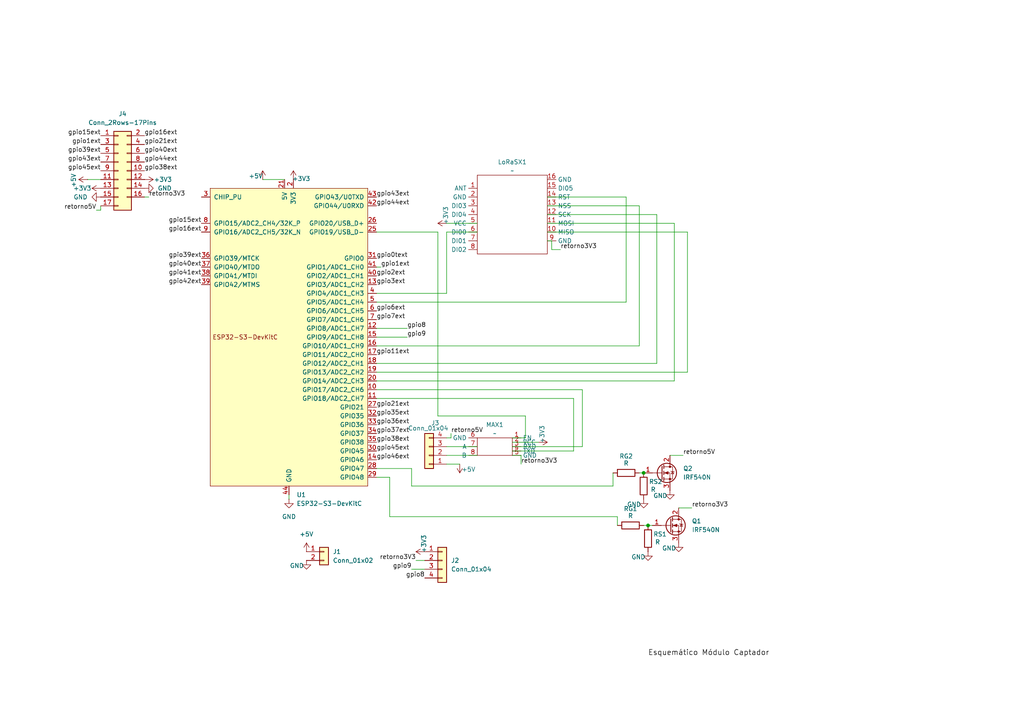
<source format=kicad_sch>
(kicad_sch (version 20231120) (generator "eeschema") (generator_version "8.0")
  (paper "A4")
  (lib_symbols
    (symbol "Device:R" (pin_numbers hide) (pin_names (offset 0))
      (property "Reference" "R" (at 2.032 0 90))
      (property "Value" "R" (at 0 0 90))
      (symbol "R_0_1"
        (rectangle (start -1.016 -2.54) (end 1.016 2.54) (stroke (width 0.254)))
      )
      (symbol "R_1_1"
        (pin passive line (at 0 3.81 270) (length 1.27) (name "~") (number "1"))
        (pin passive line (at 0 -3.81 90) (length 1.27) (name "~") (number "2"))
      )
    )
    (symbol "PCM_Espressif:ESP32-S3-DevKitC" (pin_names (offset 1.016))
      (property "Reference" "U" (at -22.86 48.26 0))
      (property "Value" "ESP32-S3-DevKitC" (at -22.86 45.72 0))
      (symbol "ESP32-S3-DevKitC_0_0"
        (text "ESP32-S3-DevKitC" (at -12.7 0 0) (effects (font (size 1.27 1.27))))
        (pin bidirectional line (at 25.4 -35.56 180) (length 2.54) (name "GPIO46") (number "14"))
        (pin bidirectional line (at 25.4 -10.16 180) (length 2.54) (name "GPIO13/ADC2_CH2") (number "19"))
        (pin bidirectional line (at -25.4 15.24 0) (length 2.54) (name "GPIO42/MTMS") (number "39"))
        (pin bidirectional line (at 25.4 17.78 180) (length 2.54) (name "GPIO2/ADC1_CH1") (number "40"))
        (pin bidirectional line (at 25.4 20.32 180) (length 2.54) (name "GPIO1/ADC1_CH0") (number "41"))
        (pin bidirectional line (at 25.4 38.1 180) (length 2.54) (name "GPIO44/U0RXD") (number "42"))
        (pin bidirectional line (at 25.4 40.64 180) (length 2.54) (name "GPIO43/U0TXD") (number "43"))
        (pin power_in line (at 0 -45.72 90) (length 2.54) (name "GND") (number "44"))
      )
      (symbol "ESP32-S3-DevKitC_0_1"
        (rectangle (start -22.86 43.18) (end 22.86 -43.18) (fill (type background)))
        (pin power_in line (at 1.27 45.72 270) (length 2.54) (name "3V3") (number "2"))
      )
      (symbol "ESP32-S3-DevKitC_1_1"
        (pin passive line (at 1.27 45.72 270) (length 2.54) hide (name "3V3") (number "1"))
        (pin bidirectional line (at 25.4 -15.24 180) (length 2.54) (name "GPIO17/ADC2_CH6") (number "10"))
        (pin bidirectional line (at 25.4 -17.78 180) (length 2.54) (name "GPIO18/ADC2_CH7") (number "11"))
        (pin bidirectional line (at 25.4 2.54 180) (length 2.54) (name "GPIO8/ADC1_CH7") (number "12"))
        (pin bidirectional line (at 25.4 15.24 180) (length 2.54) (name "GPIO3/ADC1_CH2") (number "13"))
        (pin bidirectional line (at 25.4 0 180) (length 2.54) (name "GPIO9/ADC1_CH8") (number "15"))
        (pin bidirectional line (at 25.4 -2.54 180) (length 2.54) (name "GPIO10/ADC1_CH9") (number "16"))
        (pin bidirectional line (at 25.4 -5.08 180) (length 2.54) (name "GPIO11/ADC2_CH0") (number "17"))
        (pin bidirectional line (at 25.4 -7.62 180) (length 2.54) (name "GPIO12/ADC2_CH1") (number "18"))
        (pin bidirectional line (at 25.4 -12.7 180) (length 2.54) (name "GPIO14/ADC2_CH3") (number "20"))
        (pin power_in line (at -1.27 45.72 270) (length 2.54) (name "5V") (number "21"))
        (pin passive line (at 0 -45.72 90) (length 2.54) hide (name "GND") (number "22"))
        (pin passive line (at 0 -45.72 90) (length 2.54) hide (name "GND") (number "23"))
        (pin passive line (at 0 -45.72 90) (length 2.54) hide (name "GND") (number "24"))
        (pin bidirectional line (at 25.4 30.48 180) (length 2.54) (name "GPIO19/USB_D-") (number "25"))
        (pin bidirectional line (at 25.4 33.02 180) (length 2.54) (name "GPIO20/USB_D+") (number "26"))
        (pin bidirectional line (at 25.4 -20.32 180) (length 2.54) (name "GPIO21") (number "27"))
        (pin bidirectional line (at 25.4 -38.1 180) (length 2.54) (name "GPIO47") (number "28"))
        (pin bidirectional line (at 25.4 -40.64 180) (length 2.54) (name "GPIO48") (number "29"))
        (pin input line (at -25.4 40.64 0) (length 2.54) (name "CHIP_PU") (number "3"))
        (pin bidirectional line (at 25.4 -33.02 180) (length 2.54) (name "GPIO45") (number "30"))
        (pin bidirectional line (at 25.4 22.86 180) (length 2.54) (name "GPIO0") (number "31"))
        (pin bidirectional line (at 25.4 -22.86 180) (length 2.54) (name "GPIO35") (number "32"))
        (pin bidirectional line (at 25.4 -25.4 180) (length 2.54) (name "GPIO36") (number "33"))
        (pin bidirectional line (at 25.4 -27.94 180) (length 2.54) (name "GPIO37") (number "34"))
        (pin bidirectional line (at 25.4 -30.48 180) (length 2.54) (name "GPIO38") (number "35"))
        (pin bidirectional line (at -25.4 22.86 0) (length 2.54) (name "GPIO39/MTCK") (number "36"))
        (pin bidirectional line (at -25.4 20.32 0) (length 2.54) (name "GPIO40/MTDO") (number "37"))
        (pin bidirectional line (at -25.4 17.78 0) (length 2.54) (name "GPIO41/MTDI") (number "38"))
        (pin bidirectional line (at 25.4 12.7 180) (length 2.54) (name "GPIO4/ADC1_CH3") (number "4"))
        (pin bidirectional line (at 25.4 10.16 180) (length 2.54) (name "GPIO5/ADC1_CH4") (number "5"))
        (pin bidirectional line (at 25.4 7.62 180) (length 2.54) (name "GPIO6/ADC1_CH5") (number "6"))
        (pin bidirectional line (at 25.4 5.08 180) (length 2.54) (name "GPIO7/ADC1_CH6") (number "7"))
        (pin bidirectional line (at -25.4 33.02 0) (length 2.54) (name "GPIO15/ADC2_CH4/32K_P") (number "8"))
        (pin bidirectional line (at -25.4 30.48 0) (length 2.54) (name "GPIO16/ADC2_CH5/32K_N") (number "9"))
      )
    )
    (symbol "libreria_simbolos:+5V" (power) (pin_numbers hide) (pin_names (offset 0) hide)
      (property "Value" "+5V" (at 0 3.556 0))
      (symbol "+5V_0_1"
        (polyline (pts (xy -0.762 1.27) (xy 0 2.54)))
        (polyline (pts (xy 0 0) (xy 0 2.54)))
        (polyline (pts (xy 0 2.54) (xy 0.762 1.27)))
      )
      (symbol "+5V_1_1"
        (pin power_in line (at 0 0 90) (length 0) (name "~") (number "1"))
      )
    )
    (symbol "libreria_simbolos:Conn_01x02" (pin_names (offset 1.016) hide)
      (property "Reference" "J" (at 0 2.54 0))
      (property "Value" "Conn_01x02" (at 0 -5.08 0))
      (symbol "Conn_01x02_1_1"
        (rectangle (start -1.27 -2.413) (end 0 -2.667) (stroke (width 0.1524)))
        (rectangle (start -1.27 0.127) (end 0 -0.127) (stroke (width 0.1524)))
        (rectangle (start -1.27 1.27) (end 1.27 -3.81) (stroke (width 0.254)) (fill (type background)))
        (pin passive line (at -5.08 0 0) (length 3.81) (name "Pin_1") (number "1"))
        (pin passive line (at -5.08 -2.54 0) (length 3.81) (name "Pin_2") (number "2"))
      )
    )
    (symbol "libreria_simbolos:Conn_01x04" (pin_names (offset 1.016) hide)
      (property "Reference" "J" (at 0 5.08 0))
      (property "Value" "Conn_01x04" (at 0 -7.62 0))
      (symbol "Conn_01x04_1_1"
        (rectangle (start -1.27 -4.953) (end 0 -5.207) (stroke (width 0.1524)))
        (rectangle (start -1.27 -2.413) (end 0 -2.667) (stroke (width 0.1524)))
        (rectangle (start -1.27 0.127) (end 0 -0.127) (stroke (width 0.1524)))
        (rectangle (start -1.27 2.667) (end 0 2.413) (stroke (width 0.1524)))
        (rectangle (start -1.27 3.81) (end 1.27 -6.35) (stroke (width 0.254)) (fill (type background)))
        (pin passive line (at -5.08 2.54 0) (length 3.81) (name "Pin_1") (number "1"))
        (pin passive line (at -5.08 0 0) (length 3.81) (name "Pin_2") (number "2"))
        (pin passive line (at -5.08 -2.54 0) (length 3.81) (name "Pin_3") (number "3"))
        (pin passive line (at -5.08 -5.08 0) (length 3.81) (name "Pin_4") (number "4"))
      )
    )
    (symbol "libreria_simbolos:Conn_2Rows-17Pins" (pin_names (offset 1.016) hide)
      (property "Reference" "J" (at 1.27 12.7 0))
      (property "Value" "Conn_2Rows-17Pins" (at 1.27 -12.7 0))
      (symbol "Conn_2Rows-17Pins_1_1"
        (rectangle (start -1.27 -10.033) (end 0 -10.287) (stroke (width 0.1524)))
        (rectangle (start -1.27 -7.493) (end 0 -7.747) (stroke (width 0.1524)))
        (rectangle (start -1.27 -4.953) (end 0 -5.207) (stroke (width 0.1524)))
        (rectangle (start -1.27 -2.413) (end 0 -2.667) (stroke (width 0.1524)))
        (rectangle (start -1.27 0.127) (end 0 -0.127) (stroke (width 0.1524)))
        (rectangle (start -1.27 2.667) (end 0 2.413) (stroke (width 0.1524)))
        (rectangle (start -1.27 5.207) (end 0 4.953) (stroke (width 0.1524)))
        (rectangle (start -1.27 7.747) (end 0 7.493) (stroke (width 0.1524)))
        (rectangle (start -1.27 10.287) (end 0 10.033) (stroke (width 0.1524)))
        (rectangle (start -1.27 11.43) (end 3.81 -11.43) (stroke (width 0.254)) (fill (type background)))
        (rectangle (start 3.81 -7.493) (end 2.54 -7.747) (stroke (width 0.1524)))
        (rectangle (start 3.81 -4.953) (end 2.54 -5.207) (stroke (width 0.1524)))
        (rectangle (start 3.81 -2.413) (end 2.54 -2.667) (stroke (width 0.1524)))
        (rectangle (start 3.81 0.127) (end 2.54 -0.127) (stroke (width 0.1524)))
        (rectangle (start 3.81 2.667) (end 2.54 2.413) (stroke (width 0.1524)))
        (rectangle (start 3.81 5.207) (end 2.54 4.953) (stroke (width 0.1524)))
        (rectangle (start 3.81 7.747) (end 2.54 7.493) (stroke (width 0.1524)))
        (rectangle (start 3.81 10.287) (end 2.54 10.033) (stroke (width 0.1524)))
        (pin passive line (at -5.08 10.16 0) (length 3.81) (name "gpio15") (number "1"))
        (pin passive line (at 7.62 0 180) (length 3.81) (name "Pin_10") (number "10"))
        (pin passive line (at -5.08 -2.54 0) (length 3.81) (name "Pin_11") (number "11"))
        (pin passive line (at 7.62 -2.54 180) (length 3.81) (name "Pin_12") (number "12"))
        (pin passive line (at -5.08 -5.08 0) (length 3.81) (name "Pin_13") (number "13"))
        (pin passive line (at 7.62 -5.08 180) (length 3.81) (name "Pin_14") (number "14"))
        (pin passive line (at -5.08 -7.62 0) (length 3.81) (name "Pin_15") (number "15"))
        (pin passive line (at 7.62 -7.62 180) (length 3.81) (name "Pin_16") (number "16"))
        (pin passive line (at -5.08 -10.16 0) (length 3.81) (name "Pin_17") (number "17"))
        (pin passive line (at 7.62 10.16 180) (length 3.81) (name "Pin_2") (number "2"))
        (pin passive line (at -5.08 7.62 0) (length 3.81) (name "Pin_3") (number "3"))
        (pin passive line (at 7.62 7.62 180) (length 3.81) (name "Pin_4") (number "4"))
        (pin passive line (at -5.08 5.08 0) (length 3.81) (name "Pin_5") (number "5"))
        (pin passive line (at 7.62 5.08 180) (length 3.81) (name "Pin_6") (number "6"))
        (pin passive line (at -5.08 2.54 0) (length 3.81) (name "Pin_7") (number "7"))
        (pin passive line (at 7.62 2.54 180) (length 3.81) (name "Pin_8") (number "8"))
        (pin passive line (at -5.08 0 0) (length 3.81) (name "Pin_9") (number "9"))
      )
    )
    (symbol "libreria_simbolos:IRF540N" (pin_names hide)
      (property "Reference" "Q" (at 5.08 1.905 0))
      (property "Value" "IRF540N" (at 5.08 0 0))
      (symbol "IRF540N_0_1"
        (polyline (pts (xy 0.254 0) (xy -2.54 0)))
        (polyline (pts (xy 0.254 1.905) (xy 0.254 -1.905)) (stroke (width 0.254)))
        (polyline (pts (xy 0.762 -1.27) (xy 0.762 -2.286)) (stroke (width 0.254)))
        (polyline (pts (xy 0.762 0.508) (xy 0.762 -0.508)) (stroke (width 0.254)))
        (polyline (pts (xy 0.762 2.286) (xy 0.762 1.27)) (stroke (width 0.254)))
        (polyline (pts (xy 2.54 2.54) (xy 2.54 1.778)))
        (polyline (pts (xy 2.54 -2.54) (xy 2.54 0) (xy 0.762 0)))
        (polyline (pts (xy 0.762 -1.778) (xy 3.302 -1.778) (xy 3.302 1.778) (xy 0.762 1.778)))
        (polyline (pts (xy 1.016 0) (xy 2.032 0.381) (xy 2.032 -0.381) (xy 1.016 0)) (fill (type outline)))
        (polyline (pts (xy 2.794 0.508) (xy 2.921 0.381) (xy 3.683 0.381) (xy 3.81 0.254)))
        (polyline (pts (xy 3.302 0.381) (xy 2.921 -0.254) (xy 3.683 -0.254) (xy 3.302 0.381)))
        (circle (center 1.651 0) (radius 2.794) (stroke (width 0.254)))
        (circle (center 2.54 -1.778) (radius 0.254) (fill (type outline)))
        (circle (center 2.54 1.778) (radius 0.254) (fill (type outline)))
      )
      (symbol "IRF540N_1_1"
        (pin input line (at -5.08 0 0) (length 2.54) (name "G") (number "1"))
        (pin passive line (at 2.54 5.08 270) (length 2.54) (name "D") (number "2"))
        (pin passive line (at 2.54 -5.08 90) (length 2.54) (name "S") (number "3"))
      )
    )
    (symbol "libreria_simbolos:LoRaSX1276"
      (property "Reference" "LoRaSX1276" (at 0 0 0))
      (symbol "LoRaSX1276_0_1"
        (rectangle (start -8.89 12.7) (end 11.43 -10.16))
      )
      (symbol "LoRaSX1276_1_1"
        (pin input line (at -8.89 8.89 180) (length 2.54) (name "ANT") (number "1"))
        (pin input line (at 11.43 -3.81 0) (length 2.54) (name "MISO") (number "10"))
        (pin input line (at 11.43 -1.27 0) (length 2.54) (name "MOSI") (number "11"))
        (pin input line (at 11.43 1.27 0) (length 2.54) (name "SCK") (number "12"))
        (pin input line (at 11.43 3.81 0) (length 2.54) (name "NSS") (number "13"))
        (pin input line (at 11.43 6.35 0) (length 2.54) (name "RST") (number "14"))
        (pin input line (at 11.43 8.89 0) (length 2.54) (name "DI05") (number "15"))
        (pin input line (at 11.43 11.43 0) (length 2.54) (name "GND") (number "16"))
        (pin input line (at -8.89 6.35 180) (length 2.54) (name "GND") (number "2"))
        (pin input line (at -8.89 3.81 180) (length 2.54) (name "DI03") (number "3"))
        (pin input line (at -8.89 1.27 180) (length 2.54) (name "DI04") (number "4"))
        (pin input line (at -8.89 -1.27 180) (length 2.54) (name "VCC") (number "5"))
        (pin input line (at -8.89 -3.81 180) (length 2.54) (name "DI00") (number "6"))
        (pin input line (at -8.89 -6.35 180) (length 2.54) (name "DI01") (number "7"))
        (pin input line (at -8.89 -8.89 180) (length 2.54) (name "DI02") (number "8"))
        (pin input line (at 11.43 -6.35 0) (length 2.54) (name "GND") (number "9"))
      )
    )
    (symbol "libreria_simbolos:MAX3485"
      (property "Reference" "MAX3485" (at 0 0 0))
      (symbol "MAX3485_0_1"
        (rectangle (start 5.08 -2.54) (end -5.08 2.54))
      )
      (symbol "MAX3485_1_1"
        (pin input line (at 5.08 2.54 0) (length 2.54) (name "EN") (number "1"))
        (pin input line (at 5.08 1.27 0) (length 2.54) (name "VCC") (number "2"))
        (pin input line (at 5.08 0 0) (length 2.54) (name "RXD") (number "3"))
        (pin input line (at 5.08 -1.27 0) (length 2.54) (name "TXD") (number "4"))
        (pin input line (at 5.08 -2.54 0) (length 2.54) (name "GND") (number "5"))
        (pin input line (at -5.08 2.54 180) (length 2.54) (name "GND") (number "6"))
        (pin input line (at -5.08 0 180) (length 2.54) (name "A") (number "7"))
        (pin input line (at -5.08 -2.54 180) (length 2.54) (name "B") (number "8"))
      )
    )
    (symbol "power:+3V3" (power) (pin_numbers hide) (pin_names (offset 0) hide)
      (property "Value" "+3V3" (at 0 3.556 0))
      (symbol "+3V3_0_1"
        (polyline (pts (xy -0.762 1.27) (xy 0 2.54)))
        (polyline (pts (xy 0 0) (xy 0 2.54)))
        (polyline (pts (xy 0 2.54) (xy 0.762 1.27)))
      )
      (symbol "+3V3_1_1"
        (pin power_in line (at 0 0 90) (length 0) (name "~") (number "1"))
      )
    )
    (symbol "power:GND" (power) (pin_numbers hide) (pin_names (offset 0) hide)
      (property "Value" "GND" (at 0 -3.81 0))
      (symbol "GND_0_1"
        (polyline (pts (xy 0 0) (xy 0 -1.27) (xy 1.27 -1.27) (xy 0 -2.54) (xy -1.27 -1.27) (xy 0 -1.27)))
      )
      (symbol "GND_1_1"
        (pin power_in line (at 0 0 270) (length 0) (name "~") (number "1"))
      )
    )
  )
  (junction (at 187.96 152.4))
  (junction (at 186.69 137.16))
  (wire (pts (xy 162.56 72.39) (xy 160.02 72.39)))
  (wire (pts (xy 151.13 132.08) (xy 151.13 134.62)))
  (wire (pts (xy 160.02 69.85) (xy 158.75 69.85)))
  (wire (pts (xy 190.5 62.23) (xy 190.5 105.41)))
  (wire (pts (xy 113.03 149.86) (xy 179.07 149.86)))
  (wire (pts (xy 119.38 135.89) (xy 119.38 140.97)))
  (wire (pts (xy 148.59 132.08) (xy 151.13 132.08)))
  (wire (pts (xy 148.59 127) (xy 152.4 127)))
  (wire (pts (xy 158.75 57.15) (xy 181.61 57.15)))
  (wire (pts (xy 168.91 113.03) (xy 109.22 113.03)))
  (wire (pts (xy 181.61 57.15) (xy 181.61 87.63)))
  (wire (pts (xy 29.21 60.96) (xy 29.21 59.69)))
  (wire (pts (xy 27.94 60.96) (xy 29.21 60.96)))
  (wire (pts (xy 199.39 67.31) (xy 199.39 107.95)))
  (wire (pts (xy 158.75 59.69) (xy 185.42 59.69)))
  (wire (pts (xy 120.65 162.56) (xy 123.19 162.56)))
  (wire (pts (xy 118.11 95.25) (xy 109.22 95.25)))
  (wire (pts (xy 179.07 149.86) (xy 179.07 152.4)))
  (wire (pts (xy 129.54 132.08) (xy 138.43 132.08)))
  (wire (pts (xy 168.91 129.54) (xy 168.91 113.03)))
  (wire (pts (xy 195.58 64.77) (xy 195.58 110.49)))
  (wire (pts (xy 158.75 64.77) (xy 195.58 64.77)))
  (wire (pts (xy 148.59 129.54) (xy 168.91 129.54)))
  (wire (pts (xy 129.54 129.54) (xy 138.43 129.54)))
  (wire (pts (xy 166.37 130.81) (xy 166.37 115.57)))
  (wire (pts (xy 83.82 143.51) (xy 83.82 144.78)))
  (wire (pts (xy 185.42 59.69) (xy 185.42 100.33)))
  (wire (pts (xy 130.81 125.73) (xy 130.81 127)))
  (wire (pts (xy 119.38 140.97) (xy 177.8 140.97)))
  (wire (pts (xy 166.37 115.57) (xy 109.22 115.57)))
  (wire (pts (xy 130.81 127) (xy 129.54 127)))
  (wire (pts (xy 185.42 100.33) (xy 109.22 100.33)))
  (wire (pts (xy 200.66 147.32) (xy 196.85 147.32)))
  (wire (pts (xy 76.2 52.07) (xy 82.55 52.07)))
  (wire (pts (xy 129.54 64.77) (xy 138.43 64.77)))
  (wire (pts (xy 129.54 134.62) (xy 133.35 134.62)))
  (wire (pts (xy 158.75 67.31) (xy 199.39 67.31)))
  (wire (pts (xy 127 120.65) (xy 127 67.31)))
  (wire (pts (xy 199.39 107.95) (xy 109.22 107.95)))
  (wire (pts (xy 110.49 77.47) (xy 109.22 77.47)))
  (wire (pts (xy 181.61 87.63) (xy 109.22 87.63)))
  (wire (pts (xy 177.8 140.97) (xy 177.8 137.16)))
  (wire (pts (xy 152.4 127) (xy 152.4 120.65)))
  (wire (pts (xy 185.42 137.16) (xy 186.69 137.16)))
  (wire (pts (xy 113.03 138.43) (xy 113.03 149.86)))
  (wire (pts (xy 189.23 152.4) (xy 187.96 152.4)))
  (wire (pts (xy 158.75 62.23) (xy 190.5 62.23)))
  (wire (pts (xy 109.22 138.43) (xy 113.03 138.43)))
  (wire (pts (xy 195.58 110.49) (xy 109.22 110.49)))
  (wire (pts (xy 118.11 97.79) (xy 109.22 97.79)))
  (wire (pts (xy 109.22 85.09) (xy 129.54 85.09)))
  (wire (pts (xy 187.96 152.4) (xy 186.69 152.4)))
  (wire (pts (xy 138.43 67.31) (xy 129.54 67.31)))
  (wire (pts (xy 109.22 135.89) (xy 119.38 135.89)))
  (wire (pts (xy 119.38 165.1) (xy 123.19 165.1)))
  (wire (pts (xy 148.59 130.81) (xy 166.37 130.81)))
  (wire (pts (xy 127 67.31) (xy 109.22 67.31)))
  (wire (pts (xy 148.59 128.27) (xy 156.21 128.27)))
  (wire (pts (xy 25.4 52.07) (xy 29.21 52.07)))
  (wire (pts (xy 129.54 67.31) (xy 129.54 85.09)))
  (wire (pts (xy 160.02 72.39) (xy 160.02 69.85)))
  (wire (pts (xy 190.5 105.41) (xy 109.22 105.41)))
  (wire (pts (xy 43.18 57.15) (xy 41.91 57.15)))
  (wire (pts (xy 152.4 120.65) (xy 127 120.65)))
  (wire (pts (xy 198.12 132.08) (xy 194.31 132.08)))
  (label "gpio16ext" (at 41.91 39.37 0))
  (label "retorno5V" (at 130.81 125.73 0))
  (label "retorno3V3" (at 120.65 162.56 180))
  (label "gpio39ext" (at 58.42 74.93 180))
  (label "gpio44ext" (at 41.91 46.99 0))
  (label "retorno5V" (at 27.94 60.96 180))
  (label "gpio3ext" (at 109.22 82.55 0))
  (label "gpio21ext" (at 109.22 118.11 0))
  (label "gpio38ext" (at 41.91 49.53 0))
  (label "gpio9" (at 118.11 97.79 0))
  (label "gpio1ext" (at 110.49 77.47 0))
  (label "gpio8" (at 123.19 167.64 180))
  (label "gpio16ext" (at 58.42 67.31 180))
  (label "gpio43ext" (at 29.21 46.99 180))
  (label "gpio2ext" (at 109.22 80.01 0))
  (label "gpio41ext" (at 58.42 80.01 180))
  (label "gpio35ext" (at 109.22 120.65 0))
  (label "retorno5V" (at 198.12 132.08 0))
  (label "gpio46ext" (at 109.22 133.35 0))
  (label "gpio6ext" (at 109.22 90.17 0))
  (label "gpio8" (at 118.11 95.25 0))
  (label "gpio45ext" (at 109.22 130.81 0))
  (label "gpio21ext" (at 41.91 41.91 0))
  (label "gpio15ext" (at 58.42 64.77 180))
  (label "gpio7ext" (at 109.22 92.71 0))
  (label "gpio37ext" (at 109.22 125.73 0))
  (label "gpio44ext" (at 109.22 59.69 0))
  (label "gpio15ext" (at 29.21 39.37 180))
  (label "gpio38ext" (at 109.22 128.27 0))
  (label "gpio45ext" (at 29.21 49.53 180))
  (label "gpio9" (at 119.38 165.1 180))
  (label "gpio40ext" (at 58.42 77.47 180))
  (label "Esquemático Módulo Captador" (at 187.96 190.5 0) (effects (font (size 1.524 1.524))))
  (label "gpio36ext" (at 109.22 123.19 0))
  (label "gpio39ext" (at 29.21 44.45 180))
  (label "gpio40ext" (at 41.91 44.45 0))
  (label "gpio42ext" (at 58.42 82.55 180))
  (label "gpio11ext" (at 109.22 102.87 0))
  (label "retorno3V3" (at 43.18 57.15 0))
  (label "gpio1ext" (at 29.21 41.91 180))
  (label "retorno3V3" (at 162.56 72.39 0))
  (label "retorno3V3" (at 200.66 147.32 0))
  (label "gpio43ext" (at 109.22 57.15 0))
  (label "gpio0text" (at 109.22 74.93 0))
  (label "retorno3V3" (at 151.13 134.62 0))
  (symbol (lib_id "libreria_simbolos:LoRaSX1276") (at 147.32 63.5 0) (unit 1)
    (property "Reference" "LoRaSX1" (at 148.59 46.99 0))
    (property "Value" "~" (at 148.59 49.53 0))
    (property "Footprint" "libreria_huellas:XCVR_RFM95W-868S2" (effects (hide yes)))
  )
  (symbol (lib_id "Device:R") (at 182.88 152.4 90) (unit 1)
    (property "Reference" "RG1" (at 182.88 147.574 90))
    (property "Value" "R" (at 182.88 149.606 90))
    (property "Footprint" "libreria_huellas:R_Axial_DIN0207_L6.3mm_D2.5mm_P7.62mm_Horizontal" (effects (hide yes)))
    (property "Description" "Resistor" (effects (hide yes)))
  )
  (symbol (lib_id "Device:R") (at 181.61 137.16 90) (unit 1)
    (property "Reference" "RG2" (at 181.61 132.334 90))
    (property "Value" "R" (at 181.61 134.366 90))
    (property "Footprint" "libreria_huellas:R_Axial_DIN0207_L6.3mm_D2.5mm_P7.62mm_Horizontal" (effects (hide yes)))
    (property "Description" "Resistor" (effects (hide yes)))
  )
  (symbol (lib_id "libreria_simbolos:+5V") (at 88.9 160.02 0) (unit 1)
    (property "Reference" "#PWR08" (effects (hide yes)))
    (property "Value" "+5V" (at 88.9 154.94 0))
    (property "Description" "Power symbol creates a global label with name \"+5V\"" (effects (hide yes)))
  )
  (symbol (lib_id "power:GND") (at 83.82 144.78 0) (unit 1)
    (property "Reference" "#PWR02" (effects (hide yes)))
    (property "Value" "GND" (at 83.82 149.86 0))
    (property "Description" "Power symbol creates a global label with name \"GND\" , ground" (effects (hide yes)))
  )
  (symbol (lib_id "libreria_simbolos:+5V") (at 76.2 52.07 0) (unit 1)
    (property "Reference" "#PWR010" (effects (hide yes)))
    (property "Value" "+5V" (at 74.168 51.054 0))
    (property "Description" "Power symbol creates a global label with name \"+5V\"" (effects (hide yes)))
  )
  (symbol (lib_id "PCM_Espressif:ESP32-S3-DevKitC") (at 83.82 97.79 0) (unit 1)
    (property "Reference" "U1" (at 86.0141 143.51 0) (effects (justify left)))
    (property "Value" "ESP32-S3-DevKitC" (at 86.0141 146.05 0) (effects (justify left)))
    (property "Footprint" "libreria_huellas:ESP32-S3-DevKitC" (effects (hide yes)))
    (property "Description" "ESP32-S3-DevKitC" (effects (hide yes)))
  )
  (symbol (lib_id "power:+3V3") (at 85.09 52.07 0) (unit 1)
    (property "Reference" "#PWR01" (effects (hide yes)))
    (property "Value" "+3V3" (at 87.376 51.816 0))
    (property "Description" "Power symbol creates a global label with name \"+3V3\"" (effects (hide yes)))
  )
  (symbol (lib_id "power:+3V3") (at 129.54 64.77 90) (unit 1)
    (property "Reference" "#PWR016" (effects (hide yes)))
    (property "Value" "+3V3" (at 129.286 62.484 0))
    (property "Description" "Power symbol creates a global label with name \"+3V3\"" (effects (hide yes)))
  )
  (symbol (lib_id "power:+3V3") (at 29.21 54.61 90) (unit 1)
    (property "Reference" "#PWR07" (effects (hide yes)))
    (property "Value" "+3V3" (at 23.876 54.61 90))
    (property "Description" "Power symbol creates a global label with name \"+3V3\"" (effects (hide yes)))
  )
  (symbol (lib_id "libreria_simbolos:Conn_01x04") (at 124.46 132.08 180) (unit 1)
    (property "Reference" "J3" (at 126.238 122.682 0))
    (property "Value" "Conn_01x04" (at 124.206 124.206 0))
    (property "Footprint" "libreria_huellas:PinHeader_1x04_P2.54mm_Vertical_Suelo" (effects (hide yes)))
    (property "Description" "Generic connector, single row, 01x04, script generated (kicad-library-utils/schlib/autogen/connector/)" (effects (hide yes)))
  )
  (symbol (lib_id "power:+3V3") (at 156.21 128.27 270) (unit 1)
    (property "Reference" "#PWR03" (effects (hide yes)))
    (property "Value" "+3V3" (at 157.226 125.984 0))
    (property "Description" "Power symbol creates a global label with name \"+3V3\"" (effects (hide yes)))
  )
  (symbol (lib_id "power:+3V3") (at 123.19 160.02 90) (unit 1)
    (property "Reference" "#PWR05" (effects (hide yes)))
    (property "Value" "+3V3" (at 122.936 157.734 0))
    (property "Description" "Power symbol creates a global label with name \"+3V3\"" (effects (hide yes)))
  )
  (symbol (lib_id "libreria_simbolos:+5V") (at 25.4 52.07 90) (unit 1)
    (property "Reference" "#PWR018" (effects (hide yes)))
    (property "Value" "+5V" (at 21.336 52.324 0))
    (property "Description" "Power symbol creates a global label with name \"+5V\"" (effects (hide yes)))
  )
  (symbol (lib_id "libreria_simbolos:Conn_01x02") (at 93.98 160.02 0) (unit 1)
    (property "Reference" "J1" (at 96.52 160.0199 0) (effects (justify left)))
    (property "Value" "Conn_01x02" (at 96.52 162.5599 0) (effects (justify left)))
    (property "Footprint" "libreria_huellas:PinHeader_1x02_P2.54mm_Vertical" (effects (hide yes)))
    (property "Description" "Generic connector, single row, 01x02, script generated (kicad-library-utils/schlib/autogen/connector/)" (effects (hide yes)))
  )
  (symbol (lib_id "Device:R") (at 187.96 156.21 180) (unit 1)
    (property "Reference" "RS1" (at 189.484 154.94 0) (effects (justify right)))
    (property "Value" "R" (at 189.992 157.226 0) (effects (justify right)))
    (property "Footprint" "libreria_huellas:R_Axial_DIN0207_L6.3mm_D2.5mm_P7.62mm_Horizontal" (effects (hide yes)))
    (property "Description" "Resistor" (effects (hide yes)))
  )
  (symbol (lib_id "libreria_simbolos:Conn_01x04") (at 128.27 162.56 0) (unit 1)
    (property "Reference" "J2" (at 130.81 162.5599 0) (effects (justify left)))
    (property "Value" "Conn_01x04" (at 130.81 165.0999 0) (effects (justify left)))
    (property "Footprint" "libreria_huellas:PinHeader_1x04_P2.54mm_Vertical_Humedad" (effects (hide yes)))
    (property "Description" "Generic connector, single row, 01x04, script generated (kicad-library-utils/schlib/autogen/connector/)" (effects (hide yes)))
  )
  (symbol (lib_id "libreria_simbolos:+5V") (at 133.35 134.62 180) (unit 1)
    (property "Reference" "#PWR015" (effects (hide yes)))
    (property "Value" "+5V" (at 135.89 136.144 0))
    (property "Description" "Power symbol creates a global label with name \"+5V\"" (effects (hide yes)))
  )
  (symbol (lib_id "power:GND") (at 194.31 142.24 0) (unit 1)
    (property "Reference" "#PWR017" (effects (hide yes)))
    (property "Value" "GND" (at 191.516 143.764 0))
    (property "Description" "Power symbol creates a global label with name \"GND\" , ground" (effects (hide yes)))
  )
  (symbol (lib_id "power:GND") (at 196.85 157.48 0) (unit 1)
    (property "Reference" "#PWR013" (effects (hide yes)))
    (property "Value" "GND" (at 194.056 159.004 0))
    (property "Description" "Power symbol creates a global label with name \"GND\" , ground" (effects (hide yes)))
  )
  (symbol (lib_id "libreria_simbolos:Conn_2Rows-17Pins") (at 34.29 49.53 0) (unit 1)
    (property "Reference" "J4" (at 35.56 33.02 0))
    (property "Value" "Conn_2Rows-17Pins" (at 35.56 35.56 0))
    (property "Footprint" "libreria_huellas:PinHeader_2x09_P2.54mm_Vertical" (effects (hide yes)))
    (property "Description" "Generic connector, double row, 17 pins, odd/even pin numbering scheme (row 1 odd numbers, row 2 even numbers), script generated (kicad-library-utils/schlib/autogen/connector/)" (effects (hide yes)))
  )
  (symbol (lib_id "power:+3V3") (at 41.91 52.07 270) (unit 1)
    (property "Reference" "#PWR011" (effects (hide yes)))
    (property "Value" "+3V3" (at 47.244 52.07 90))
    (property "Description" "Power symbol creates a global label with name \"+3V3\"" (effects (hide yes)))
  )
  (symbol (lib_id "power:GND") (at 186.69 144.78 0) (unit 1)
    (property "Reference" "#PWR04" (effects (hide yes)))
    (property "Value" "GND" (at 183.896 146.304 0))
    (property "Description" "Power symbol creates a global label with name \"GND\" , ground" (effects (hide yes)))
  )
  (symbol (lib_id "power:GND") (at 187.96 160.02 0) (unit 1)
    (property "Reference" "#PWR06" (effects (hide yes)))
    (property "Value" "GND" (at 185.166 161.544 0))
    (property "Description" "Power symbol creates a global label with name \"GND\" , ground" (effects (hide yes)))
  )
  (symbol (lib_id "power:GND") (at 88.9 162.56 0) (unit 1)
    (property "Reference" "#PWR09" (effects (hide yes)))
    (property "Value" "GND" (at 86.106 164.084 0))
    (property "Description" "Power symbol creates a global label with name \"GND\" , ground" (effects (hide yes)))
  )
  (symbol (lib_id "libreria_simbolos:IRF540N") (at 191.77 137.16 0) (unit 1)
    (property "Reference" "Q2" (at 198.12 135.8899 0) (effects (justify left)))
    (property "Value" "IRF540N" (at 198.12 138.4299 0) (effects (justify left)))
    (property "Footprint" "Package_TO_SOT_THT:TO-220-3_Vertical" (effects (hide yes)))
    (property "Datasheet" "http://www.irf.com/product-info/datasheets/data/irf540n.pdf" (effects (hide yes)))
    (property "Description" "33A Id, 100V Vds, HEXFET N-Channel MOSFET, TO-220" (effects (hide yes)))
  )
  (symbol (lib_id "libreria_simbolos:MAX3485") (at 143.51 129.54 0) (unit 1)
    (property "Reference" "MAX1" (at 143.51 123.19 0))
    (property "Value" "~" (at 143.51 125.73 0))
    (property "Footprint" "libreria_huellas:MAX3485" (effects (hide yes)))
  )
  (symbol (lib_id "Device:R") (at 186.69 140.97 180) (unit 1)
    (property "Reference" "RS2" (at 188.214 139.7 0) (effects (justify right)))
    (property "Value" "R" (at 188.722 141.986 0) (effects (justify right)))
    (property "Footprint" "libreria_huellas:R_Axial_DIN0207_L6.3mm_D2.5mm_P7.62mm_Horizontal" (effects (hide yes)))
    (property "Description" "Resistor" (effects (hide yes)))
  )
  (symbol (lib_id "power:GND") (at 41.91 54.61 90) (unit 1)
    (property "Reference" "#PWR014" (effects (hide yes)))
    (property "Value" "GND" (at 45.72 54.6099 90) (effects (justify right)))
    (property "Description" "Power symbol creates a global label with name \"GND\" , ground" (effects (hide yes)))
  )
  (symbol (lib_id "power:GND") (at 29.21 57.15 270) (unit 1)
    (property "Reference" "#PWR012" (effects (hide yes)))
    (property "Value" "GND" (at 25.4 57.1499 90) (effects (justify right)))
    (property "Description" "Power symbol creates a global label with name \"GND\" , ground" (effects (hide yes)))
  )
  (symbol (lib_id "libreria_simbolos:IRF540N") (at 194.31 152.4 0) (unit 1)
    (property "Reference" "Q1" (at 200.66 151.1299 0) (effects (justify left)))
    (property "Value" "IRF540N" (at 200.66 153.6699 0) (effects (justify left)))
    (property "Footprint" "Package_TO_SOT_THT:TO-220-3_Vertical" (effects (hide yes)))
    (property "Datasheet" "http://www.irf.com/product-info/datasheets/data/irf540n.pdf" (effects (hide yes)))
    (property "Description" "33A Id, 100V Vds, HEXFET N-Channel MOSFET, TO-220" (effects (hide yes)))
  )
)
</source>
